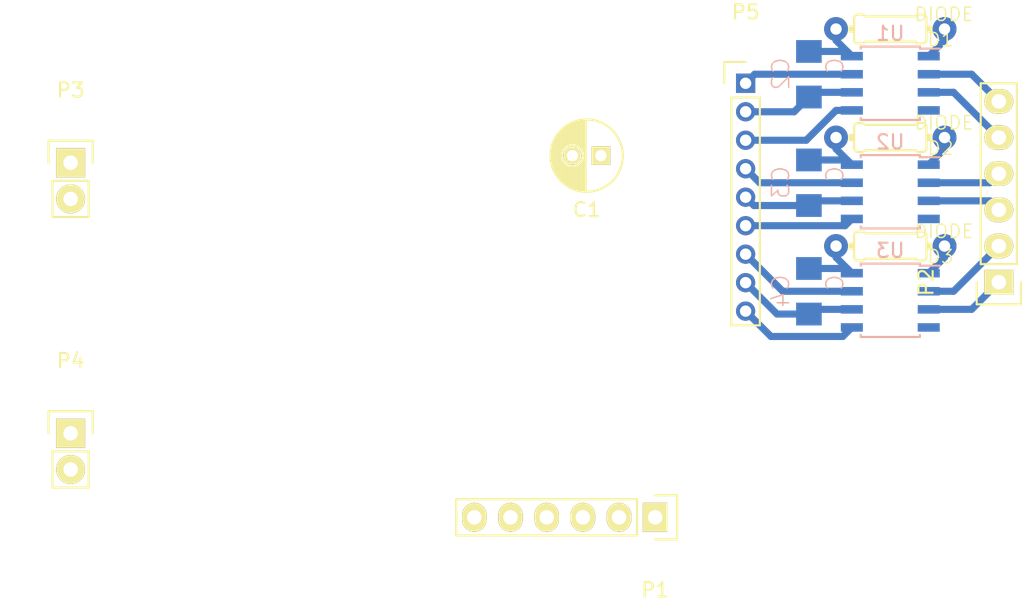
<source format=kicad_pcb>
(kicad_pcb (version 4) (host pcbnew 4.0.2-stable)

  (general
    (links 42)
    (no_connects 15)
    (area -6.6 -5.121 170.675001 121.475)
    (thickness 1.6)
    (drawings 0)
    (tracks 56)
    (zones 0)
    (modules 15)
    (nets 22)
  )

  (page A4)
  (layers
    (0 F.Cu signal)
    (31 B.Cu signal)
    (32 B.Adhes user)
    (33 F.Adhes user)
    (34 B.Paste user)
    (35 F.Paste user)
    (36 B.SilkS user)
    (37 F.SilkS user)
    (38 B.Mask user)
    (39 F.Mask user)
    (40 Dwgs.User user)
    (41 Cmts.User user)
    (42 Eco1.User user)
    (43 Eco2.User user)
    (44 Edge.Cuts user)
    (45 Margin user)
    (46 B.CrtYd user)
    (47 F.CrtYd user)
    (48 B.Fab user)
    (49 F.Fab user)
  )

  (setup
    (last_trace_width 0.5)
    (user_trace_width 0.5)
    (trace_clearance 0.2)
    (zone_clearance 0.508)
    (zone_45_only no)
    (trace_min 0.2)
    (segment_width 0.2)
    (edge_width 0.15)
    (via_size 0.6)
    (via_drill 0.4)
    (via_min_size 0.4)
    (via_min_drill 0.3)
    (user_via 1.5 0.8)
    (uvia_size 0.3)
    (uvia_drill 0.1)
    (uvias_allowed no)
    (uvia_min_size 0.2)
    (uvia_min_drill 0.1)
    (pcb_text_width 0.3)
    (pcb_text_size 1.5 1.5)
    (mod_edge_width 0.15)
    (mod_text_size 1 1)
    (mod_text_width 0.15)
    (pad_size 1.524 1.524)
    (pad_drill 0.762)
    (pad_to_mask_clearance 0.2)
    (aux_axis_origin 0 0)
    (visible_elements 7FFFFFFF)
    (pcbplotparams
      (layerselection 0x00030_80000001)
      (usegerberextensions false)
      (excludeedgelayer true)
      (linewidth 0.100000)
      (plotframeref false)
      (viasonmask false)
      (mode 1)
      (useauxorigin false)
      (hpglpennumber 1)
      (hpglpenspeed 20)
      (hpglpendiameter 15)
      (hpglpenoverlay 2)
      (psnegative false)
      (psa4output false)
      (plotreference true)
      (plotvalue true)
      (plotinvisibletext false)
      (padsonsilk false)
      (subtractmaskfromsilk false)
      (outputformat 1)
      (mirror false)
      (drillshape 1)
      (scaleselection 1)
      (outputdirectory ""))
  )

  (net 0 "")
  (net 1 +BATT)
  (net 2 "Net-(C2-Pad2)")
  (net 3 "Net-(C3-Pad2)")
  (net 4 +12V)
  (net 5 GND)
  (net 6 "Net-(P2-Pad1)")
  (net 7 "Net-(P2-Pad2)")
  (net 8 "Net-(P2-Pad3)")
  (net 9 "Net-(P2-Pad4)")
  (net 10 "Net-(P2-Pad5)")
  (net 11 "Net-(P2-Pad6)")
  (net 12 "Net-(C2-Pad1)")
  (net 13 "Net-(C3-Pad1)")
  (net 14 "Net-(P5-Pad1)")
  (net 15 "Net-(P5-Pad3)")
  (net 16 "Net-(P5-Pad6)")
  (net 17 "Net-(P5-Pad4)")
  (net 18 "Net-(P5-Pad9)")
  (net 19 "Net-(P5-Pad7)")
  (net 20 "Net-(C4-Pad1)")
  (net 21 "Net-(C4-Pad2)")

  (net_class Default "これは標準のネット クラスです。"
    (clearance 0.2)
    (trace_width 0.25)
    (via_dia 0.6)
    (via_drill 0.4)
    (uvia_dia 0.3)
    (uvia_drill 0.1)
    (add_net +12V)
    (add_net +BATT)
    (add_net GND)
    (add_net "Net-(C2-Pad1)")
    (add_net "Net-(C2-Pad2)")
    (add_net "Net-(C3-Pad1)")
    (add_net "Net-(C3-Pad2)")
    (add_net "Net-(C4-Pad1)")
    (add_net "Net-(C4-Pad2)")
    (add_net "Net-(P2-Pad1)")
    (add_net "Net-(P2-Pad2)")
    (add_net "Net-(P2-Pad3)")
    (add_net "Net-(P2-Pad4)")
    (add_net "Net-(P2-Pad5)")
    (add_net "Net-(P2-Pad6)")
    (add_net "Net-(P5-Pad1)")
    (add_net "Net-(P5-Pad3)")
    (add_net "Net-(P5-Pad4)")
    (add_net "Net-(P5-Pad6)")
    (add_net "Net-(P5-Pad7)")
    (add_net "Net-(P5-Pad9)")
  )

  (module RP_KiCAD_Libs:0204_2f7 (layer F.Cu) (tedit 0) (tstamp 5776262F)
    (at 162.56 54.61 180)
    (descr "<b>RESISTOR</b><p>\ntype 0204, grid 7.5 mm")
    (path /576589C1)
    (fp_text reference D1 (at -2.54 -1.2954 180) (layer F.SilkS)
      (effects (font (size 0.94107 0.94107) (thickness 0.09906)) (justify left bottom))
    )
    (fp_text value DIODE (at -1.6256 0.4826 180) (layer F.SilkS)
      (effects (font (size 0.94107 0.94107) (thickness 0.09906)) (justify left bottom))
    )
    (fp_line (start 3.81 0) (end 2.921 0) (layer Dwgs.User) (width 0.508))
    (fp_line (start -3.81 0) (end -2.921 0) (layer Dwgs.User) (width 0.508))
    (fp_arc (start -2.286 -0.762) (end -2.54 -0.762) (angle 90) (layer F.SilkS) (width 0.1524))
    (fp_arc (start -2.286 0.762) (end -2.54 0.762) (angle -90) (layer F.SilkS) (width 0.1524))
    (fp_arc (start 2.286 0.762) (end 2.286 1.016) (angle -90) (layer F.SilkS) (width 0.1524))
    (fp_arc (start 2.286 -0.762) (end 2.286 -1.016) (angle 90) (layer F.SilkS) (width 0.1524))
    (fp_line (start -2.54 0.762) (end -2.54 -0.762) (layer F.SilkS) (width 0.1524))
    (fp_line (start -2.286 -1.016) (end -1.905 -1.016) (layer F.SilkS) (width 0.1524))
    (fp_line (start -1.778 -0.889) (end -1.905 -1.016) (layer F.SilkS) (width 0.1524))
    (fp_line (start -2.286 1.016) (end -1.905 1.016) (layer F.SilkS) (width 0.1524))
    (fp_line (start -1.778 0.889) (end -1.905 1.016) (layer F.SilkS) (width 0.1524))
    (fp_line (start 1.778 -0.889) (end 1.905 -1.016) (layer F.SilkS) (width 0.1524))
    (fp_line (start 1.778 -0.889) (end -1.778 -0.889) (layer F.SilkS) (width 0.1524))
    (fp_line (start 1.778 0.889) (end 1.905 1.016) (layer F.SilkS) (width 0.1524))
    (fp_line (start 1.778 0.889) (end -1.778 0.889) (layer F.SilkS) (width 0.1524))
    (fp_line (start 2.286 -1.016) (end 1.905 -1.016) (layer F.SilkS) (width 0.1524))
    (fp_line (start 2.286 1.016) (end 1.905 1.016) (layer F.SilkS) (width 0.1524))
    (fp_line (start 2.54 0.762) (end 2.54 -0.762) (layer F.SilkS) (width 0.1524))
    (fp_poly (pts (xy 2.54 0.254) (xy 2.921 0.254) (xy 2.921 -0.254) (xy 2.54 -0.254)) (layer F.SilkS) (width 0))
    (fp_poly (pts (xy -2.921 0.254) (xy -2.54 0.254) (xy -2.54 -0.254) (xy -2.921 -0.254)) (layer F.SilkS) (width 0))
    (pad 1 thru_hole circle (at -3.81 0 180) (size 1.6764 1.6764) (drill 0.8) (layers *.Cu *.Mask)
      (net 4 +12V))
    (pad 2 thru_hole circle (at 3.81 0 180) (size 1.6764 1.6764) (drill 0.8) (layers *.Cu *.Mask)
      (net 12 "Net-(C2-Pad1)"))
    (model discret/resistors/horizontal/r_h_820R.wrl
      (at (xyz 0 0 0))
      (scale (xyz 0.3 0.3 0.3))
      (rotate (xyz 0 0 0))
    )
  )

  (module RP_KiCAD_Libs:0204_2f7 (layer F.Cu) (tedit 0) (tstamp 57762635)
    (at 162.56 62.23 180)
    (descr "<b>RESISTOR</b><p>\ntype 0204, grid 7.5 mm")
    (path /57659945)
    (fp_text reference D2 (at -2.54 -1.2954 180) (layer F.SilkS)
      (effects (font (size 0.94107 0.94107) (thickness 0.09906)) (justify left bottom))
    )
    (fp_text value DIODE (at -1.6256 0.4826 180) (layer F.SilkS)
      (effects (font (size 0.94107 0.94107) (thickness 0.09906)) (justify left bottom))
    )
    (fp_line (start 3.81 0) (end 2.921 0) (layer Dwgs.User) (width 0.508))
    (fp_line (start -3.81 0) (end -2.921 0) (layer Dwgs.User) (width 0.508))
    (fp_arc (start -2.286 -0.762) (end -2.54 -0.762) (angle 90) (layer F.SilkS) (width 0.1524))
    (fp_arc (start -2.286 0.762) (end -2.54 0.762) (angle -90) (layer F.SilkS) (width 0.1524))
    (fp_arc (start 2.286 0.762) (end 2.286 1.016) (angle -90) (layer F.SilkS) (width 0.1524))
    (fp_arc (start 2.286 -0.762) (end 2.286 -1.016) (angle 90) (layer F.SilkS) (width 0.1524))
    (fp_line (start -2.54 0.762) (end -2.54 -0.762) (layer F.SilkS) (width 0.1524))
    (fp_line (start -2.286 -1.016) (end -1.905 -1.016) (layer F.SilkS) (width 0.1524))
    (fp_line (start -1.778 -0.889) (end -1.905 -1.016) (layer F.SilkS) (width 0.1524))
    (fp_line (start -2.286 1.016) (end -1.905 1.016) (layer F.SilkS) (width 0.1524))
    (fp_line (start -1.778 0.889) (end -1.905 1.016) (layer F.SilkS) (width 0.1524))
    (fp_line (start 1.778 -0.889) (end 1.905 -1.016) (layer F.SilkS) (width 0.1524))
    (fp_line (start 1.778 -0.889) (end -1.778 -0.889) (layer F.SilkS) (width 0.1524))
    (fp_line (start 1.778 0.889) (end 1.905 1.016) (layer F.SilkS) (width 0.1524))
    (fp_line (start 1.778 0.889) (end -1.778 0.889) (layer F.SilkS) (width 0.1524))
    (fp_line (start 2.286 -1.016) (end 1.905 -1.016) (layer F.SilkS) (width 0.1524))
    (fp_line (start 2.286 1.016) (end 1.905 1.016) (layer F.SilkS) (width 0.1524))
    (fp_line (start 2.54 0.762) (end 2.54 -0.762) (layer F.SilkS) (width 0.1524))
    (fp_poly (pts (xy 2.54 0.254) (xy 2.921 0.254) (xy 2.921 -0.254) (xy 2.54 -0.254)) (layer F.SilkS) (width 0))
    (fp_poly (pts (xy -2.921 0.254) (xy -2.54 0.254) (xy -2.54 -0.254) (xy -2.921 -0.254)) (layer F.SilkS) (width 0))
    (pad 1 thru_hole circle (at -3.81 0 180) (size 1.6764 1.6764) (drill 0.8) (layers *.Cu *.Mask)
      (net 4 +12V))
    (pad 2 thru_hole circle (at 3.81 0 180) (size 1.6764 1.6764) (drill 0.8) (layers *.Cu *.Mask)
      (net 13 "Net-(C3-Pad1)"))
    (model discret/resistors/horizontal/r_h_820R.wrl
      (at (xyz 0 0 0))
      (scale (xyz 0.3 0.3 0.3))
      (rotate (xyz 0 0 0))
    )
  )

  (module RP_KiCAD_Libs:0204_2f7 (layer F.Cu) (tedit 0) (tstamp 5776263B)
    (at 162.56 69.85 180)
    (descr "<b>RESISTOR</b><p>\ntype 0204, grid 7.5 mm")
    (path /57659B3D)
    (fp_text reference D3 (at -2.54 -1.2954 180) (layer F.SilkS)
      (effects (font (size 0.94107 0.94107) (thickness 0.09906)) (justify left bottom))
    )
    (fp_text value DIODE (at -1.6256 0.4826 180) (layer F.SilkS)
      (effects (font (size 0.94107 0.94107) (thickness 0.09906)) (justify left bottom))
    )
    (fp_line (start 3.81 0) (end 2.921 0) (layer Dwgs.User) (width 0.508))
    (fp_line (start -3.81 0) (end -2.921 0) (layer Dwgs.User) (width 0.508))
    (fp_arc (start -2.286 -0.762) (end -2.54 -0.762) (angle 90) (layer F.SilkS) (width 0.1524))
    (fp_arc (start -2.286 0.762) (end -2.54 0.762) (angle -90) (layer F.SilkS) (width 0.1524))
    (fp_arc (start 2.286 0.762) (end 2.286 1.016) (angle -90) (layer F.SilkS) (width 0.1524))
    (fp_arc (start 2.286 -0.762) (end 2.286 -1.016) (angle 90) (layer F.SilkS) (width 0.1524))
    (fp_line (start -2.54 0.762) (end -2.54 -0.762) (layer F.SilkS) (width 0.1524))
    (fp_line (start -2.286 -1.016) (end -1.905 -1.016) (layer F.SilkS) (width 0.1524))
    (fp_line (start -1.778 -0.889) (end -1.905 -1.016) (layer F.SilkS) (width 0.1524))
    (fp_line (start -2.286 1.016) (end -1.905 1.016) (layer F.SilkS) (width 0.1524))
    (fp_line (start -1.778 0.889) (end -1.905 1.016) (layer F.SilkS) (width 0.1524))
    (fp_line (start 1.778 -0.889) (end 1.905 -1.016) (layer F.SilkS) (width 0.1524))
    (fp_line (start 1.778 -0.889) (end -1.778 -0.889) (layer F.SilkS) (width 0.1524))
    (fp_line (start 1.778 0.889) (end 1.905 1.016) (layer F.SilkS) (width 0.1524))
    (fp_line (start 1.778 0.889) (end -1.778 0.889) (layer F.SilkS) (width 0.1524))
    (fp_line (start 2.286 -1.016) (end 1.905 -1.016) (layer F.SilkS) (width 0.1524))
    (fp_line (start 2.286 1.016) (end 1.905 1.016) (layer F.SilkS) (width 0.1524))
    (fp_line (start 2.54 0.762) (end 2.54 -0.762) (layer F.SilkS) (width 0.1524))
    (fp_poly (pts (xy 2.54 0.254) (xy 2.921 0.254) (xy 2.921 -0.254) (xy 2.54 -0.254)) (layer F.SilkS) (width 0))
    (fp_poly (pts (xy -2.921 0.254) (xy -2.54 0.254) (xy -2.54 -0.254) (xy -2.921 -0.254)) (layer F.SilkS) (width 0))
    (pad 1 thru_hole circle (at -3.81 0 180) (size 1.6764 1.6764) (drill 0.8) (layers *.Cu *.Mask)
      (net 4 +12V))
    (pad 2 thru_hole circle (at 3.81 0 180) (size 1.6764 1.6764) (drill 0.8) (layers *.Cu *.Mask)
      (net 20 "Net-(C4-Pad1)"))
    (model discret/resistors/horizontal/r_h_820R.wrl
      (at (xyz 0 0 0))
      (scale (xyz 0.3 0.3 0.3))
      (rotate (xyz 0 0 0))
    )
  )

  (module Socket_Strips:Socket_Strip_Straight_1x06 (layer F.Cu) (tedit 0) (tstamp 57762645)
    (at 146.05 88.9 180)
    (descr "Through hole socket strip")
    (tags "socket strip")
    (path /5765BCE7)
    (fp_text reference P1 (at 0 -5.1 180) (layer F.SilkS)
      (effects (font (size 1 1) (thickness 0.15)))
    )
    (fp_text value CONN_01X06 (at 0 -3.1 180) (layer F.Fab)
      (effects (font (size 1 1) (thickness 0.15)))
    )
    (fp_line (start -1.75 -1.75) (end -1.75 1.75) (layer F.CrtYd) (width 0.05))
    (fp_line (start 14.45 -1.75) (end 14.45 1.75) (layer F.CrtYd) (width 0.05))
    (fp_line (start -1.75 -1.75) (end 14.45 -1.75) (layer F.CrtYd) (width 0.05))
    (fp_line (start -1.75 1.75) (end 14.45 1.75) (layer F.CrtYd) (width 0.05))
    (fp_line (start 1.27 1.27) (end 13.97 1.27) (layer F.SilkS) (width 0.15))
    (fp_line (start 13.97 1.27) (end 13.97 -1.27) (layer F.SilkS) (width 0.15))
    (fp_line (start 13.97 -1.27) (end 1.27 -1.27) (layer F.SilkS) (width 0.15))
    (fp_line (start -1.55 1.55) (end 0 1.55) (layer F.SilkS) (width 0.15))
    (fp_line (start 1.27 1.27) (end 1.27 -1.27) (layer F.SilkS) (width 0.15))
    (fp_line (start 0 -1.55) (end -1.55 -1.55) (layer F.SilkS) (width 0.15))
    (fp_line (start -1.55 -1.55) (end -1.55 1.55) (layer F.SilkS) (width 0.15))
    (pad 1 thru_hole rect (at 0 0 180) (size 1.7272 2.032) (drill 1.016) (layers *.Cu *.Mask F.SilkS)
      (net 5 GND))
    (pad 2 thru_hole oval (at 2.54 0 180) (size 1.7272 2.032) (drill 1.016) (layers *.Cu *.Mask F.SilkS)
      (net 5 GND))
    (pad 3 thru_hole oval (at 5.08 0 180) (size 1.7272 2.032) (drill 1.016) (layers *.Cu *.Mask F.SilkS)
      (net 4 +12V))
    (pad 4 thru_hole oval (at 7.62 0 180) (size 1.7272 2.032) (drill 1.016) (layers *.Cu *.Mask F.SilkS)
      (net 4 +12V))
    (pad 5 thru_hole oval (at 10.16 0 180) (size 1.7272 2.032) (drill 1.016) (layers *.Cu *.Mask F.SilkS)
      (net 1 +BATT))
    (pad 6 thru_hole oval (at 12.7 0 180) (size 1.7272 2.032) (drill 1.016) (layers *.Cu *.Mask F.SilkS)
      (net 1 +BATT))
    (model Socket_Strips.3dshapes/Socket_Strip_Straight_1x06.wrl
      (at (xyz 0.25 0 0))
      (scale (xyz 1 1 1))
      (rotate (xyz 0 0 180))
    )
  )

  (module Socket_Strips:Socket_Strip_Straight_1x06 (layer F.Cu) (tedit 0) (tstamp 5776264F)
    (at 170.18 72.39 90)
    (descr "Through hole socket strip")
    (tags "socket strip")
    (path /57659C9A)
    (fp_text reference P2 (at 0 -5.1 90) (layer F.SilkS)
      (effects (font (size 1 1) (thickness 0.15)))
    )
    (fp_text value CONN_01X06 (at 0 -3.1 90) (layer F.Fab)
      (effects (font (size 1 1) (thickness 0.15)))
    )
    (fp_line (start -1.75 -1.75) (end -1.75 1.75) (layer F.CrtYd) (width 0.05))
    (fp_line (start 14.45 -1.75) (end 14.45 1.75) (layer F.CrtYd) (width 0.05))
    (fp_line (start -1.75 -1.75) (end 14.45 -1.75) (layer F.CrtYd) (width 0.05))
    (fp_line (start -1.75 1.75) (end 14.45 1.75) (layer F.CrtYd) (width 0.05))
    (fp_line (start 1.27 1.27) (end 13.97 1.27) (layer F.SilkS) (width 0.15))
    (fp_line (start 13.97 1.27) (end 13.97 -1.27) (layer F.SilkS) (width 0.15))
    (fp_line (start 13.97 -1.27) (end 1.27 -1.27) (layer F.SilkS) (width 0.15))
    (fp_line (start -1.55 1.55) (end 0 1.55) (layer F.SilkS) (width 0.15))
    (fp_line (start 1.27 1.27) (end 1.27 -1.27) (layer F.SilkS) (width 0.15))
    (fp_line (start 0 -1.55) (end -1.55 -1.55) (layer F.SilkS) (width 0.15))
    (fp_line (start -1.55 -1.55) (end -1.55 1.55) (layer F.SilkS) (width 0.15))
    (pad 1 thru_hole rect (at 0 0 90) (size 1.7272 2.032) (drill 1.016) (layers *.Cu *.Mask F.SilkS)
      (net 6 "Net-(P2-Pad1)"))
    (pad 2 thru_hole oval (at 2.54 0 90) (size 1.7272 2.032) (drill 1.016) (layers *.Cu *.Mask F.SilkS)
      (net 7 "Net-(P2-Pad2)"))
    (pad 3 thru_hole oval (at 5.08 0 90) (size 1.7272 2.032) (drill 1.016) (layers *.Cu *.Mask F.SilkS)
      (net 8 "Net-(P2-Pad3)"))
    (pad 4 thru_hole oval (at 7.62 0 90) (size 1.7272 2.032) (drill 1.016) (layers *.Cu *.Mask F.SilkS)
      (net 9 "Net-(P2-Pad4)"))
    (pad 5 thru_hole oval (at 10.16 0 90) (size 1.7272 2.032) (drill 1.016) (layers *.Cu *.Mask F.SilkS)
      (net 10 "Net-(P2-Pad5)"))
    (pad 6 thru_hole oval (at 12.7 0 90) (size 1.7272 2.032) (drill 1.016) (layers *.Cu *.Mask F.SilkS)
      (net 11 "Net-(P2-Pad6)"))
    (model Socket_Strips.3dshapes/Socket_Strip_Straight_1x06.wrl
      (at (xyz 0.25 0 0))
      (scale (xyz 1 1 1))
      (rotate (xyz 0 0 180))
    )
  )

  (module Housings_SOIC:SOIC-8_3.9x4.9mm_Pitch1.27mm (layer B.Cu) (tedit 54130A77) (tstamp 5776265B)
    (at 162.56 58.42 180)
    (descr "8-Lead Plastic Small Outline (SN) - Narrow, 3.90 mm Body [SOIC] (see Microchip Packaging Specification 00000049BS.pdf)")
    (tags "SOIC 1.27")
    (path /57657976)
    (attr smd)
    (fp_text reference U1 (at 0 3.5 180) (layer B.SilkS)
      (effects (font (size 1 1) (thickness 0.15)) (justify mirror))
    )
    (fp_text value NCP5104 (at 0 -3.5 180) (layer B.Fab)
      (effects (font (size 1 1) (thickness 0.15)) (justify mirror))
    )
    (fp_line (start -3.75 2.75) (end -3.75 -2.75) (layer B.CrtYd) (width 0.05))
    (fp_line (start 3.75 2.75) (end 3.75 -2.75) (layer B.CrtYd) (width 0.05))
    (fp_line (start -3.75 2.75) (end 3.75 2.75) (layer B.CrtYd) (width 0.05))
    (fp_line (start -3.75 -2.75) (end 3.75 -2.75) (layer B.CrtYd) (width 0.05))
    (fp_line (start -2.075 2.575) (end -2.075 2.43) (layer B.SilkS) (width 0.15))
    (fp_line (start 2.075 2.575) (end 2.075 2.43) (layer B.SilkS) (width 0.15))
    (fp_line (start 2.075 -2.575) (end 2.075 -2.43) (layer B.SilkS) (width 0.15))
    (fp_line (start -2.075 -2.575) (end -2.075 -2.43) (layer B.SilkS) (width 0.15))
    (fp_line (start -2.075 2.575) (end 2.075 2.575) (layer B.SilkS) (width 0.15))
    (fp_line (start -2.075 -2.575) (end 2.075 -2.575) (layer B.SilkS) (width 0.15))
    (fp_line (start -2.075 2.43) (end -3.475 2.43) (layer B.SilkS) (width 0.15))
    (pad 1 smd rect (at -2.7 1.905 180) (size 1.55 0.6) (layers B.Cu B.Paste B.Mask)
      (net 4 +12V))
    (pad 2 smd rect (at -2.7 0.635 180) (size 1.55 0.6) (layers B.Cu B.Paste B.Mask)
      (net 11 "Net-(P2-Pad6)"))
    (pad 3 smd rect (at -2.7 -0.635 180) (size 1.55 0.6) (layers B.Cu B.Paste B.Mask)
      (net 10 "Net-(P2-Pad5)"))
    (pad 4 smd rect (at -2.7 -1.905 180) (size 1.55 0.6) (layers B.Cu B.Paste B.Mask)
      (net 5 GND))
    (pad 5 smd rect (at 2.7 -1.905 180) (size 1.55 0.6) (layers B.Cu B.Paste B.Mask)
      (net 15 "Net-(P5-Pad3)"))
    (pad 6 smd rect (at 2.7 -0.635 180) (size 1.55 0.6) (layers B.Cu B.Paste B.Mask)
      (net 2 "Net-(C2-Pad2)"))
    (pad 7 smd rect (at 2.7 0.635 180) (size 1.55 0.6) (layers B.Cu B.Paste B.Mask)
      (net 14 "Net-(P5-Pad1)"))
    (pad 8 smd rect (at 2.7 1.905 180) (size 1.55 0.6) (layers B.Cu B.Paste B.Mask)
      (net 12 "Net-(C2-Pad1)"))
    (model Housings_SOIC.3dshapes/SOIC-8_3.9x4.9mm_Pitch1.27mm.wrl
      (at (xyz 0 0 0))
      (scale (xyz 1 1 1))
      (rotate (xyz 0 0 0))
    )
  )

  (module Housings_SOIC:SOIC-8_3.9x4.9mm_Pitch1.27mm (layer B.Cu) (tedit 54130A77) (tstamp 57762667)
    (at 162.56 66.04 180)
    (descr "8-Lead Plastic Small Outline (SN) - Narrow, 3.90 mm Body [SOIC] (see Microchip Packaging Specification 00000049BS.pdf)")
    (tags "SOIC 1.27")
    (path /57657A80)
    (attr smd)
    (fp_text reference U2 (at 0 3.5 180) (layer B.SilkS)
      (effects (font (size 1 1) (thickness 0.15)) (justify mirror))
    )
    (fp_text value NCP5104 (at 0 -3.5 180) (layer B.Fab)
      (effects (font (size 1 1) (thickness 0.15)) (justify mirror))
    )
    (fp_line (start -3.75 2.75) (end -3.75 -2.75) (layer B.CrtYd) (width 0.05))
    (fp_line (start 3.75 2.75) (end 3.75 -2.75) (layer B.CrtYd) (width 0.05))
    (fp_line (start -3.75 2.75) (end 3.75 2.75) (layer B.CrtYd) (width 0.05))
    (fp_line (start -3.75 -2.75) (end 3.75 -2.75) (layer B.CrtYd) (width 0.05))
    (fp_line (start -2.075 2.575) (end -2.075 2.43) (layer B.SilkS) (width 0.15))
    (fp_line (start 2.075 2.575) (end 2.075 2.43) (layer B.SilkS) (width 0.15))
    (fp_line (start 2.075 -2.575) (end 2.075 -2.43) (layer B.SilkS) (width 0.15))
    (fp_line (start -2.075 -2.575) (end -2.075 -2.43) (layer B.SilkS) (width 0.15))
    (fp_line (start -2.075 2.575) (end 2.075 2.575) (layer B.SilkS) (width 0.15))
    (fp_line (start -2.075 -2.575) (end 2.075 -2.575) (layer B.SilkS) (width 0.15))
    (fp_line (start -2.075 2.43) (end -3.475 2.43) (layer B.SilkS) (width 0.15))
    (pad 1 smd rect (at -2.7 1.905 180) (size 1.55 0.6) (layers B.Cu B.Paste B.Mask)
      (net 4 +12V))
    (pad 2 smd rect (at -2.7 0.635 180) (size 1.55 0.6) (layers B.Cu B.Paste B.Mask)
      (net 9 "Net-(P2-Pad4)"))
    (pad 3 smd rect (at -2.7 -0.635 180) (size 1.55 0.6) (layers B.Cu B.Paste B.Mask)
      (net 8 "Net-(P2-Pad3)"))
    (pad 4 smd rect (at -2.7 -1.905 180) (size 1.55 0.6) (layers B.Cu B.Paste B.Mask)
      (net 5 GND))
    (pad 5 smd rect (at 2.7 -1.905 180) (size 1.55 0.6) (layers B.Cu B.Paste B.Mask)
      (net 16 "Net-(P5-Pad6)"))
    (pad 6 smd rect (at 2.7 -0.635 180) (size 1.55 0.6) (layers B.Cu B.Paste B.Mask)
      (net 3 "Net-(C3-Pad2)"))
    (pad 7 smd rect (at 2.7 0.635 180) (size 1.55 0.6) (layers B.Cu B.Paste B.Mask)
      (net 17 "Net-(P5-Pad4)"))
    (pad 8 smd rect (at 2.7 1.905 180) (size 1.55 0.6) (layers B.Cu B.Paste B.Mask)
      (net 13 "Net-(C3-Pad1)"))
    (model Housings_SOIC.3dshapes/SOIC-8_3.9x4.9mm_Pitch1.27mm.wrl
      (at (xyz 0 0 0))
      (scale (xyz 1 1 1))
      (rotate (xyz 0 0 0))
    )
  )

  (module Housings_SOIC:SOIC-8_3.9x4.9mm_Pitch1.27mm (layer B.Cu) (tedit 54130A77) (tstamp 57762673)
    (at 162.56 73.66 180)
    (descr "8-Lead Plastic Small Outline (SN) - Narrow, 3.90 mm Body [SOIC] (see Microchip Packaging Specification 00000049BS.pdf)")
    (tags "SOIC 1.27")
    (path /57657B31)
    (attr smd)
    (fp_text reference U3 (at 0 3.5 180) (layer B.SilkS)
      (effects (font (size 1 1) (thickness 0.15)) (justify mirror))
    )
    (fp_text value NCP5104 (at 0 -3.5 180) (layer B.Fab)
      (effects (font (size 1 1) (thickness 0.15)) (justify mirror))
    )
    (fp_line (start -3.75 2.75) (end -3.75 -2.75) (layer B.CrtYd) (width 0.05))
    (fp_line (start 3.75 2.75) (end 3.75 -2.75) (layer B.CrtYd) (width 0.05))
    (fp_line (start -3.75 2.75) (end 3.75 2.75) (layer B.CrtYd) (width 0.05))
    (fp_line (start -3.75 -2.75) (end 3.75 -2.75) (layer B.CrtYd) (width 0.05))
    (fp_line (start -2.075 2.575) (end -2.075 2.43) (layer B.SilkS) (width 0.15))
    (fp_line (start 2.075 2.575) (end 2.075 2.43) (layer B.SilkS) (width 0.15))
    (fp_line (start 2.075 -2.575) (end 2.075 -2.43) (layer B.SilkS) (width 0.15))
    (fp_line (start -2.075 -2.575) (end -2.075 -2.43) (layer B.SilkS) (width 0.15))
    (fp_line (start -2.075 2.575) (end 2.075 2.575) (layer B.SilkS) (width 0.15))
    (fp_line (start -2.075 -2.575) (end 2.075 -2.575) (layer B.SilkS) (width 0.15))
    (fp_line (start -2.075 2.43) (end -3.475 2.43) (layer B.SilkS) (width 0.15))
    (pad 1 smd rect (at -2.7 1.905 180) (size 1.55 0.6) (layers B.Cu B.Paste B.Mask)
      (net 4 +12V))
    (pad 2 smd rect (at -2.7 0.635 180) (size 1.55 0.6) (layers B.Cu B.Paste B.Mask)
      (net 7 "Net-(P2-Pad2)"))
    (pad 3 smd rect (at -2.7 -0.635 180) (size 1.55 0.6) (layers B.Cu B.Paste B.Mask)
      (net 6 "Net-(P2-Pad1)"))
    (pad 4 smd rect (at -2.7 -1.905 180) (size 1.55 0.6) (layers B.Cu B.Paste B.Mask)
      (net 5 GND))
    (pad 5 smd rect (at 2.7 -1.905 180) (size 1.55 0.6) (layers B.Cu B.Paste B.Mask)
      (net 18 "Net-(P5-Pad9)"))
    (pad 6 smd rect (at 2.7 -0.635 180) (size 1.55 0.6) (layers B.Cu B.Paste B.Mask)
      (net 21 "Net-(C4-Pad2)"))
    (pad 7 smd rect (at 2.7 0.635 180) (size 1.55 0.6) (layers B.Cu B.Paste B.Mask)
      (net 19 "Net-(P5-Pad7)"))
    (pad 8 smd rect (at 2.7 1.905 180) (size 1.55 0.6) (layers B.Cu B.Paste B.Mask)
      (net 20 "Net-(C4-Pad1)"))
    (model Housings_SOIC.3dshapes/SOIC-8_3.9x4.9mm_Pitch1.27mm.wrl
      (at (xyz 0 0 0))
      (scale (xyz 1 1 1))
      (rotate (xyz 0 0 0))
    )
  )

  (module Capacitors_ThroughHole:C_Radial_D5_L11_P2 (layer F.Cu) (tedit 0) (tstamp 577626F1)
    (at 142.24 63.5 180)
    (descr "Radial Electrolytic Capacitor 5mm x Length 11mm, Pitch 2mm")
    (tags "Electrolytic Capacitor")
    (path /5776688C)
    (fp_text reference C1 (at 1 -3.8 180) (layer F.SilkS)
      (effects (font (size 1 1) (thickness 0.15)))
    )
    (fp_text value C (at 1 3.8 180) (layer F.Fab)
      (effects (font (size 1 1) (thickness 0.15)))
    )
    (fp_line (start 1.075 -2.499) (end 1.075 2.499) (layer F.SilkS) (width 0.15))
    (fp_line (start 1.215 -2.491) (end 1.215 -0.154) (layer F.SilkS) (width 0.15))
    (fp_line (start 1.215 0.154) (end 1.215 2.491) (layer F.SilkS) (width 0.15))
    (fp_line (start 1.355 -2.475) (end 1.355 -0.473) (layer F.SilkS) (width 0.15))
    (fp_line (start 1.355 0.473) (end 1.355 2.475) (layer F.SilkS) (width 0.15))
    (fp_line (start 1.495 -2.451) (end 1.495 -0.62) (layer F.SilkS) (width 0.15))
    (fp_line (start 1.495 0.62) (end 1.495 2.451) (layer F.SilkS) (width 0.15))
    (fp_line (start 1.635 -2.418) (end 1.635 -0.712) (layer F.SilkS) (width 0.15))
    (fp_line (start 1.635 0.712) (end 1.635 2.418) (layer F.SilkS) (width 0.15))
    (fp_line (start 1.775 -2.377) (end 1.775 -0.768) (layer F.SilkS) (width 0.15))
    (fp_line (start 1.775 0.768) (end 1.775 2.377) (layer F.SilkS) (width 0.15))
    (fp_line (start 1.915 -2.327) (end 1.915 -0.795) (layer F.SilkS) (width 0.15))
    (fp_line (start 1.915 0.795) (end 1.915 2.327) (layer F.SilkS) (width 0.15))
    (fp_line (start 2.055 -2.266) (end 2.055 -0.798) (layer F.SilkS) (width 0.15))
    (fp_line (start 2.055 0.798) (end 2.055 2.266) (layer F.SilkS) (width 0.15))
    (fp_line (start 2.195 -2.196) (end 2.195 -0.776) (layer F.SilkS) (width 0.15))
    (fp_line (start 2.195 0.776) (end 2.195 2.196) (layer F.SilkS) (width 0.15))
    (fp_line (start 2.335 -2.114) (end 2.335 -0.726) (layer F.SilkS) (width 0.15))
    (fp_line (start 2.335 0.726) (end 2.335 2.114) (layer F.SilkS) (width 0.15))
    (fp_line (start 2.475 -2.019) (end 2.475 -0.644) (layer F.SilkS) (width 0.15))
    (fp_line (start 2.475 0.644) (end 2.475 2.019) (layer F.SilkS) (width 0.15))
    (fp_line (start 2.615 -1.908) (end 2.615 -0.512) (layer F.SilkS) (width 0.15))
    (fp_line (start 2.615 0.512) (end 2.615 1.908) (layer F.SilkS) (width 0.15))
    (fp_line (start 2.755 -1.78) (end 2.755 -0.265) (layer F.SilkS) (width 0.15))
    (fp_line (start 2.755 0.265) (end 2.755 1.78) (layer F.SilkS) (width 0.15))
    (fp_line (start 2.895 -1.631) (end 2.895 1.631) (layer F.SilkS) (width 0.15))
    (fp_line (start 3.035 -1.452) (end 3.035 1.452) (layer F.SilkS) (width 0.15))
    (fp_line (start 3.175 -1.233) (end 3.175 1.233) (layer F.SilkS) (width 0.15))
    (fp_line (start 3.315 -0.944) (end 3.315 0.944) (layer F.SilkS) (width 0.15))
    (fp_line (start 3.455 -0.472) (end 3.455 0.472) (layer F.SilkS) (width 0.15))
    (fp_circle (center 2 0) (end 2 -0.8) (layer F.SilkS) (width 0.15))
    (fp_circle (center 1 0) (end 1 -2.5375) (layer F.SilkS) (width 0.15))
    (fp_circle (center 1 0) (end 1 -2.8) (layer F.CrtYd) (width 0.05))
    (pad 1 thru_hole rect (at 0 0 180) (size 1.3 1.3) (drill 0.8) (layers *.Cu *.Mask F.SilkS)
      (net 4 +12V))
    (pad 2 thru_hole circle (at 2 0 180) (size 1.3 1.3) (drill 0.8) (layers *.Cu *.Mask F.SilkS)
      (net 5 GND))
    (model Capacitors_ThroughHole.3dshapes/C_Radial_D5_L11_P2.wrl
      (at (xyz 0 0 0))
      (scale (xyz 1 1 1))
      (rotate (xyz 0 0 0))
    )
  )

  (module RP_KiCAD_Libs:C3216 (layer B.Cu) (tedit 0) (tstamp 577626F7)
    (at 156.845 57.785 270)
    (descr <b>CAPACITOR</b>)
    (path /577657EC)
    (fp_text reference C2 (at -1.27 1.27 270) (layer B.SilkS)
      (effects (font (size 1.2065 1.2065) (thickness 0.1016)) (justify left bottom mirror))
    )
    (fp_text value C (at -1.27 -2.54 270) (layer B.SilkS)
      (effects (font (size 1.2065 1.2065) (thickness 0.1016)) (justify left bottom mirror))
    )
    (fp_line (start -0.965 0.787) (end 0.965 0.787) (layer Dwgs.User) (width 0.1016))
    (fp_line (start -0.965 -0.787) (end 0.965 -0.787) (layer Dwgs.User) (width 0.1016))
    (fp_poly (pts (xy -1.7018 -0.8509) (xy -0.9517 -0.8509) (xy -0.9517 0.8491) (xy -1.7018 0.8491)) (layer Dwgs.User) (width 0))
    (fp_poly (pts (xy 0.9517 -0.8491) (xy 1.7018 -0.8491) (xy 1.7018 0.8509) (xy 0.9517 0.8509)) (layer Dwgs.User) (width 0))
    (fp_poly (pts (xy -0.3 -0.5001) (xy 0.3 -0.5001) (xy 0.3 0.5001) (xy -0.3 0.5001)) (layer B.Adhes) (width 0))
    (pad 1 smd rect (at -1.6 0 270) (size 1.6 1.8) (layers B.Cu B.Paste B.Mask)
      (net 12 "Net-(C2-Pad1)"))
    (pad 2 smd rect (at 1.6 0 270) (size 1.6 1.8) (layers B.Cu B.Paste B.Mask)
      (net 2 "Net-(C2-Pad2)"))
    (model Resistors_SMD.3dshapes/R_1206.wrl
      (at (xyz 0 0 0))
      (scale (xyz 1 1 1))
      (rotate (xyz 0 0 0))
    )
  )

  (module RP_KiCAD_Libs:C3216 (layer B.Cu) (tedit 0) (tstamp 577626FD)
    (at 156.845 65.405 270)
    (descr <b>CAPACITOR</b>)
    (path /577654E6)
    (fp_text reference C3 (at -1.27 1.27 270) (layer B.SilkS)
      (effects (font (size 1.2065 1.2065) (thickness 0.1016)) (justify left bottom mirror))
    )
    (fp_text value C (at -1.27 -2.54 270) (layer B.SilkS)
      (effects (font (size 1.2065 1.2065) (thickness 0.1016)) (justify left bottom mirror))
    )
    (fp_line (start -0.965 0.787) (end 0.965 0.787) (layer Dwgs.User) (width 0.1016))
    (fp_line (start -0.965 -0.787) (end 0.965 -0.787) (layer Dwgs.User) (width 0.1016))
    (fp_poly (pts (xy -1.7018 -0.8509) (xy -0.9517 -0.8509) (xy -0.9517 0.8491) (xy -1.7018 0.8491)) (layer Dwgs.User) (width 0))
    (fp_poly (pts (xy 0.9517 -0.8491) (xy 1.7018 -0.8491) (xy 1.7018 0.8509) (xy 0.9517 0.8509)) (layer Dwgs.User) (width 0))
    (fp_poly (pts (xy -0.3 -0.5001) (xy 0.3 -0.5001) (xy 0.3 0.5001) (xy -0.3 0.5001)) (layer B.Adhes) (width 0))
    (pad 1 smd rect (at -1.6 0 270) (size 1.6 1.8) (layers B.Cu B.Paste B.Mask)
      (net 13 "Net-(C3-Pad1)"))
    (pad 2 smd rect (at 1.6 0 270) (size 1.6 1.8) (layers B.Cu B.Paste B.Mask)
      (net 3 "Net-(C3-Pad2)"))
    (model Resistors_SMD.3dshapes/R_1206.wrl
      (at (xyz 0 0 0))
      (scale (xyz 1 1 1))
      (rotate (xyz 0 0 0))
    )
  )

  (module RP_KiCAD_Libs:C3216 (layer B.Cu) (tedit 0) (tstamp 57762703)
    (at 156.845 73.025 270)
    (descr <b>CAPACITOR</b>)
    (path /57765405)
    (fp_text reference C4 (at -1.27 1.27 270) (layer B.SilkS)
      (effects (font (size 1.2065 1.2065) (thickness 0.1016)) (justify left bottom mirror))
    )
    (fp_text value C (at -1.27 -2.54 270) (layer B.SilkS)
      (effects (font (size 1.2065 1.2065) (thickness 0.1016)) (justify left bottom mirror))
    )
    (fp_line (start -0.965 0.787) (end 0.965 0.787) (layer Dwgs.User) (width 0.1016))
    (fp_line (start -0.965 -0.787) (end 0.965 -0.787) (layer Dwgs.User) (width 0.1016))
    (fp_poly (pts (xy -1.7018 -0.8509) (xy -0.9517 -0.8509) (xy -0.9517 0.8491) (xy -1.7018 0.8491)) (layer Dwgs.User) (width 0))
    (fp_poly (pts (xy 0.9517 -0.8491) (xy 1.7018 -0.8491) (xy 1.7018 0.8509) (xy 0.9517 0.8509)) (layer Dwgs.User) (width 0))
    (fp_poly (pts (xy -0.3 -0.5001) (xy 0.3 -0.5001) (xy 0.3 0.5001) (xy -0.3 0.5001)) (layer B.Adhes) (width 0))
    (pad 1 smd rect (at -1.6 0 270) (size 1.6 1.8) (layers B.Cu B.Paste B.Mask)
      (net 20 "Net-(C4-Pad1)"))
    (pad 2 smd rect (at 1.6 0 270) (size 1.6 1.8) (layers B.Cu B.Paste B.Mask)
      (net 21 "Net-(C4-Pad2)"))
    (model Resistors_SMD.3dshapes/R_1206.wrl
      (at (xyz 0 0 0))
      (scale (xyz 1 1 1))
      (rotate (xyz 0 0 0))
    )
  )

  (module Pin_Headers:Pin_Header_Straight_1x02 (layer F.Cu) (tedit 54EA090C) (tstamp 57762709)
    (at 105 64)
    (descr "Through hole pin header")
    (tags "pin header")
    (path /57764CCD)
    (fp_text reference P3 (at 0 -5.1) (layer F.SilkS)
      (effects (font (size 1 1) (thickness 0.15)))
    )
    (fp_text value CONN_01X02 (at 0 -3.1) (layer F.Fab)
      (effects (font (size 1 1) (thickness 0.15)))
    )
    (fp_line (start 1.27 1.27) (end 1.27 3.81) (layer F.SilkS) (width 0.15))
    (fp_line (start 1.55 -1.55) (end 1.55 0) (layer F.SilkS) (width 0.15))
    (fp_line (start -1.75 -1.75) (end -1.75 4.3) (layer F.CrtYd) (width 0.05))
    (fp_line (start 1.75 -1.75) (end 1.75 4.3) (layer F.CrtYd) (width 0.05))
    (fp_line (start -1.75 -1.75) (end 1.75 -1.75) (layer F.CrtYd) (width 0.05))
    (fp_line (start -1.75 4.3) (end 1.75 4.3) (layer F.CrtYd) (width 0.05))
    (fp_line (start 1.27 1.27) (end -1.27 1.27) (layer F.SilkS) (width 0.15))
    (fp_line (start -1.55 0) (end -1.55 -1.55) (layer F.SilkS) (width 0.15))
    (fp_line (start -1.55 -1.55) (end 1.55 -1.55) (layer F.SilkS) (width 0.15))
    (fp_line (start -1.27 1.27) (end -1.27 3.81) (layer F.SilkS) (width 0.15))
    (fp_line (start -1.27 3.81) (end 1.27 3.81) (layer F.SilkS) (width 0.15))
    (pad 1 thru_hole rect (at 0 0) (size 2.032 2.032) (drill 1.016) (layers *.Cu *.Mask F.SilkS)
      (net 1 +BATT))
    (pad 2 thru_hole oval (at 0 2.54) (size 2.032 2.032) (drill 1.016) (layers *.Cu *.Mask F.SilkS)
      (net 1 +BATT))
    (model Pin_Headers.3dshapes/Pin_Header_Straight_1x02.wrl
      (at (xyz 0 -0.05 0))
      (scale (xyz 1 1 1))
      (rotate (xyz 0 0 90))
    )
  )

  (module Pin_Headers:Pin_Header_Straight_1x02 (layer F.Cu) (tedit 54EA090C) (tstamp 5776270F)
    (at 105 83)
    (descr "Through hole pin header")
    (tags "pin header")
    (path /57764DE8)
    (fp_text reference P4 (at 0 -5.1) (layer F.SilkS)
      (effects (font (size 1 1) (thickness 0.15)))
    )
    (fp_text value CONN_01X02 (at 0 -3.1) (layer F.Fab)
      (effects (font (size 1 1) (thickness 0.15)))
    )
    (fp_line (start 1.27 1.27) (end 1.27 3.81) (layer F.SilkS) (width 0.15))
    (fp_line (start 1.55 -1.55) (end 1.55 0) (layer F.SilkS) (width 0.15))
    (fp_line (start -1.75 -1.75) (end -1.75 4.3) (layer F.CrtYd) (width 0.05))
    (fp_line (start 1.75 -1.75) (end 1.75 4.3) (layer F.CrtYd) (width 0.05))
    (fp_line (start -1.75 -1.75) (end 1.75 -1.75) (layer F.CrtYd) (width 0.05))
    (fp_line (start -1.75 4.3) (end 1.75 4.3) (layer F.CrtYd) (width 0.05))
    (fp_line (start 1.27 1.27) (end -1.27 1.27) (layer F.SilkS) (width 0.15))
    (fp_line (start -1.55 0) (end -1.55 -1.55) (layer F.SilkS) (width 0.15))
    (fp_line (start -1.55 -1.55) (end 1.55 -1.55) (layer F.SilkS) (width 0.15))
    (fp_line (start -1.27 1.27) (end -1.27 3.81) (layer F.SilkS) (width 0.15))
    (fp_line (start -1.27 3.81) (end 1.27 3.81) (layer F.SilkS) (width 0.15))
    (pad 1 thru_hole rect (at 0 0) (size 2.032 2.032) (drill 1.016) (layers *.Cu *.Mask F.SilkS)
      (net 5 GND))
    (pad 2 thru_hole oval (at 0 2.54) (size 2.032 2.032) (drill 1.016) (layers *.Cu *.Mask F.SilkS)
      (net 5 GND))
    (model Pin_Headers.3dshapes/Pin_Header_Straight_1x02.wrl
      (at (xyz 0 -0.05 0))
      (scale (xyz 1 1 1))
      (rotate (xyz 0 0 90))
    )
  )

  (module Pin_Headers:Pin_Header_Straight_1x09_Pitch2.00mm (layer F.Cu) (tedit 56FA75DA) (tstamp 5776271C)
    (at 152.4 58.42)
    (descr "Through hole pin header, 1x09, 2.00mm pitch, single row")
    (tags "pin header single row")
    (path /57763CAB)
    (fp_text reference P5 (at 0 -5) (layer F.SilkS)
      (effects (font (size 1 1) (thickness 0.15)))
    )
    (fp_text value CONN_01X09 (at 0 -3) (layer F.Fab)
      (effects (font (size 1 1) (thickness 0.15)))
    )
    (fp_line (start -1 1) (end 1 1) (layer F.SilkS) (width 0.15))
    (fp_line (start 1 1) (end 1 17) (layer F.SilkS) (width 0.15))
    (fp_line (start 1 17) (end -1 17) (layer F.SilkS) (width 0.15))
    (fp_line (start -1 17) (end -1 1) (layer F.SilkS) (width 0.15))
    (fp_line (start -1.6 -1.6) (end 1.6 -1.6) (layer F.CrtYd) (width 0.05))
    (fp_line (start 1.6 -1.6) (end 1.6 17.6) (layer F.CrtYd) (width 0.05))
    (fp_line (start 1.6 17.6) (end -1.6 17.6) (layer F.CrtYd) (width 0.05))
    (fp_line (start -1.6 17.6) (end -1.6 -1.6) (layer F.CrtYd) (width 0.05))
    (fp_line (start -1.5 0) (end -1.5 -1.5) (layer F.SilkS) (width 0.15))
    (fp_line (start -1.5 -1.5) (end 0 -1.5) (layer F.SilkS) (width 0.15))
    (pad 1 thru_hole rect (at 0 0) (size 1.35 1.35) (drill 0.8) (layers *.Cu *.Mask)
      (net 14 "Net-(P5-Pad1)"))
    (pad 2 thru_hole circle (at 0 2) (size 1.35 1.35) (drill 0.8) (layers *.Cu *.Mask)
      (net 2 "Net-(C2-Pad2)"))
    (pad 3 thru_hole circle (at 0 4) (size 1.35 1.35) (drill 0.8) (layers *.Cu *.Mask)
      (net 15 "Net-(P5-Pad3)"))
    (pad 4 thru_hole circle (at 0 6) (size 1.35 1.35) (drill 0.8) (layers *.Cu *.Mask)
      (net 17 "Net-(P5-Pad4)"))
    (pad 5 thru_hole circle (at 0 8) (size 1.35 1.35) (drill 0.8) (layers *.Cu *.Mask)
      (net 3 "Net-(C3-Pad2)"))
    (pad 6 thru_hole circle (at 0 10) (size 1.35 1.35) (drill 0.8) (layers *.Cu *.Mask)
      (net 16 "Net-(P5-Pad6)"))
    (pad 7 thru_hole circle (at 0 12) (size 1.35 1.35) (drill 0.8) (layers *.Cu *.Mask)
      (net 19 "Net-(P5-Pad7)"))
    (pad 8 thru_hole circle (at 0 14) (size 1.35 1.35) (drill 0.8) (layers *.Cu *.Mask)
      (net 21 "Net-(C4-Pad2)"))
    (pad 9 thru_hole circle (at 0 16) (size 1.35 1.35) (drill 0.8) (layers *.Cu *.Mask)
      (net 18 "Net-(P5-Pad9)"))
    (model Pin_Headers.3dshapes/Pin_Header_Straight_1x09_Pitch2.00mm.wrl
      (at (xyz 0 0 0))
      (scale (xyz 1 1 1))
      (rotate (xyz 0 0 0))
    )
  )

  (segment (start 156.845 59.385) (end 157.175 59.055) (width 0.5) (layer B.Cu) (net 2))
  (segment (start 157.175 59.055) (end 159.86 59.055) (width 0.5) (layer B.Cu) (net 2) (tstamp 57762A94))
  (segment (start 152.4 60.42) (end 155.81 60.42) (width 0.5) (layer B.Cu) (net 2))
  (segment (start 155.81 60.42) (end 156.845 59.385) (width 0.5) (layer B.Cu) (net 2) (tstamp 57762A91))
  (segment (start 156.845 67.005) (end 157.175 66.675) (width 0.5) (layer B.Cu) (net 3))
  (segment (start 157.175 66.675) (end 159.86 66.675) (width 0.5) (layer B.Cu) (net 3) (tstamp 57762A80))
  (segment (start 152.4 66.42) (end 152.985 67.005) (width 0.5) (layer B.Cu) (net 3))
  (segment (start 152.985 67.005) (end 156.845 67.005) (width 0.5) (layer B.Cu) (net 3) (tstamp 57762A7D))
  (segment (start 166.37 69.85) (end 166.37 70.645) (width 0.5) (layer B.Cu) (net 4))
  (segment (start 166.37 70.645) (end 165.26 71.755) (width 0.5) (layer B.Cu) (net 4) (tstamp 57762AA6))
  (segment (start 166.37 62.23) (end 166.37 63.025) (width 0.5) (layer B.Cu) (net 4))
  (segment (start 166.37 63.025) (end 165.26 64.135) (width 0.5) (layer B.Cu) (net 4) (tstamp 57762AA3))
  (segment (start 166.37 54.61) (end 166.37 55.405) (width 0.5) (layer B.Cu) (net 4))
  (segment (start 166.37 55.405) (end 165.26 56.515) (width 0.5) (layer B.Cu) (net 4) (tstamp 57762AA0))
  (segment (start 165.26 74.295) (end 168.275 74.295) (width 0.5) (layer B.Cu) (net 6) (status 400000))
  (segment (start 168.275 74.295) (end 170.18 72.39) (width 0.5) (layer B.Cu) (net 6) (tstamp 57762AB7) (status 800000))
  (segment (start 165.26 73.025) (end 167.005 73.025) (width 0.5) (layer B.Cu) (net 7) (status 400000))
  (segment (start 167.005 73.025) (end 170.18 69.85) (width 0.5) (layer B.Cu) (net 7) (tstamp 57762AB4) (status 800000))
  (segment (start 165.26 66.675) (end 169.545 66.675) (width 0.5) (layer B.Cu) (net 8) (status C00000))
  (segment (start 169.545 66.675) (end 170.18 67.31) (width 0.5) (layer B.Cu) (net 8) (tstamp 57762ABA) (status C00000))
  (segment (start 165.26 65.405) (end 169.545 65.405) (width 0.5) (layer B.Cu) (net 9) (status C00000))
  (segment (start 169.545 65.405) (end 170.18 64.77) (width 0.5) (layer B.Cu) (net 9) (tstamp 57762ABD) (status C00000))
  (segment (start 165.26 59.055) (end 167.005 59.055) (width 0.5) (layer B.Cu) (net 10) (status 400000))
  (segment (start 167.005 59.055) (end 170.18 62.23) (width 0.5) (layer B.Cu) (net 10) (tstamp 57762AC0) (status 800000))
  (segment (start 165.26 57.785) (end 168.275 57.785) (width 0.5) (layer B.Cu) (net 11) (status 400000))
  (segment (start 168.275 57.785) (end 170.18 59.69) (width 0.5) (layer B.Cu) (net 11) (tstamp 57762AC3) (status 800000))
  (segment (start 158.75 54.61) (end 158.75 55.405) (width 0.5) (layer B.Cu) (net 12))
  (segment (start 158.75 55.405) (end 159.86 56.515) (width 0.5) (layer B.Cu) (net 12) (tstamp 57762A9D))
  (segment (start 156.845 56.185) (end 159.53 56.185) (width 0.5) (layer B.Cu) (net 12))
  (segment (start 159.53 56.185) (end 159.86 56.515) (width 0.5) (layer B.Cu) (net 12) (tstamp 57762A9A))
  (segment (start 158.75 62.23) (end 158.75 63.025) (width 0.5) (layer B.Cu) (net 13))
  (segment (start 158.75 63.025) (end 159.86 64.135) (width 0.5) (layer B.Cu) (net 13) (tstamp 57762A89))
  (segment (start 156.845 63.805) (end 159.53 63.805) (width 0.5) (layer B.Cu) (net 13))
  (segment (start 159.53 63.805) (end 159.86 64.135) (width 0.5) (layer B.Cu) (net 13) (tstamp 57762A86))
  (segment (start 159.86 57.785) (end 153.035 57.785) (width 0.5) (layer B.Cu) (net 14))
  (segment (start 153.035 57.785) (end 152.4 58.42) (width 0.5) (layer B.Cu) (net 14) (tstamp 57762A97))
  (segment (start 152.4 62.42) (end 156.655 62.42) (width 0.5) (layer B.Cu) (net 15))
  (segment (start 158.75 60.325) (end 159.86 60.325) (width 0.5) (layer B.Cu) (net 15) (tstamp 57762A8E))
  (segment (start 156.655 62.42) (end 158.75 60.325) (width 0.5) (layer B.Cu) (net 15) (tstamp 57762A8C))
  (segment (start 152.4 68.42) (end 159.385 68.42) (width 0.5) (layer B.Cu) (net 16))
  (segment (start 159.385 68.42) (end 159.86 67.945) (width 0.5) (layer B.Cu) (net 16) (tstamp 57762A83))
  (segment (start 159.86 65.405) (end 153.385 65.405) (width 0.5) (layer B.Cu) (net 17))
  (segment (start 153.385 65.405) (end 152.4 64.42) (width 0.5) (layer B.Cu) (net 17) (tstamp 57762A7A))
  (segment (start 152.4 74.42) (end 154.18 76.2) (width 0.5) (layer B.Cu) (net 18))
  (segment (start 159.225 76.2) (end 159.86 75.565) (width 0.5) (layer B.Cu) (net 18) (tstamp 57762A67))
  (segment (start 154.18 76.2) (end 159.225 76.2) (width 0.5) (layer B.Cu) (net 18) (tstamp 57762A66))
  (segment (start 159.86 73.025) (end 155.005 73.025) (width 0.5) (layer B.Cu) (net 19))
  (segment (start 155.005 73.025) (end 152.4 70.42) (width 0.5) (layer B.Cu) (net 19) (tstamp 57762A55))
  (segment (start 158.75 69.85) (end 158.75 70.645) (width 0.5) (layer B.Cu) (net 20))
  (segment (start 158.75 70.645) (end 159.86 71.755) (width 0.5) (layer B.Cu) (net 20) (tstamp 57762A63))
  (segment (start 159.86 71.755) (end 159.53 71.425) (width 0.5) (layer B.Cu) (net 20))
  (segment (start 159.53 71.425) (end 156.845 71.425) (width 0.5) (layer B.Cu) (net 20) (tstamp 57762A60))
  (segment (start 156.845 74.625) (end 157.175 74.295) (width 0.5) (layer B.Cu) (net 21))
  (segment (start 157.175 74.295) (end 159.86 74.295) (width 0.5) (layer B.Cu) (net 21) (tstamp 57762A5D))
  (segment (start 152.4 72.42) (end 154.605 74.625) (width 0.5) (layer B.Cu) (net 21))
  (segment (start 154.605 74.625) (end 156.845 74.625) (width 0.5) (layer B.Cu) (net 21) (tstamp 57762A59))

)

</source>
